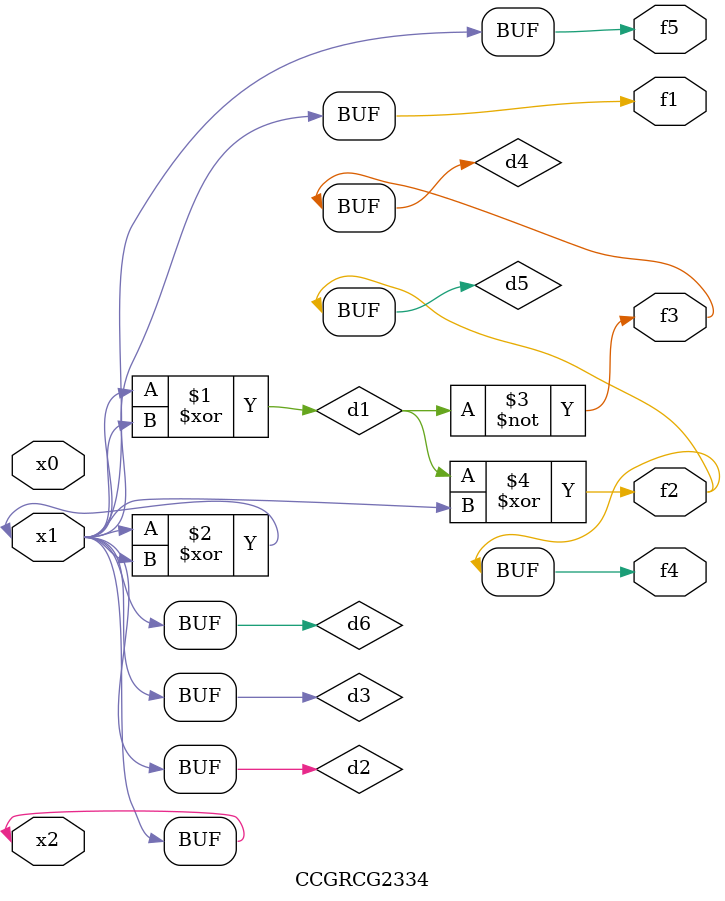
<source format=v>
module CCGRCG2334(
	input x0, x1, x2,
	output f1, f2, f3, f4, f5
);

	wire d1, d2, d3, d4, d5, d6;

	xor (d1, x1, x2);
	buf (d2, x1, x2);
	xor (d3, x1, x2);
	nor (d4, d1);
	xor (d5, d1, d2);
	buf (d6, d2, d3);
	assign f1 = d6;
	assign f2 = d5;
	assign f3 = d4;
	assign f4 = d5;
	assign f5 = d6;
endmodule

</source>
